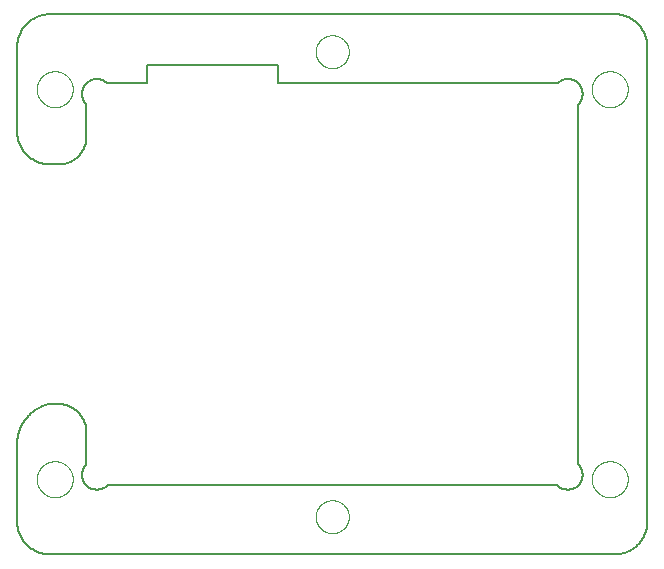
<source format=gko>
G75*
%MOIN*%
%OFA0B0*%
%FSLAX25Y25*%
%IPPOS*%
%LPD*%
%AMOC8*
5,1,8,0,0,1.08239X$1,22.5*
%
%ADD10C,0.00800*%
%ADD11C,0.00000*%
D10*
X0128333Y0060000D02*
X0128333Y0085000D01*
X0128299Y0085342D01*
X0128274Y0085684D01*
X0128257Y0086027D01*
X0128249Y0086371D01*
X0128249Y0086714D01*
X0128258Y0087058D01*
X0128274Y0087401D01*
X0128300Y0087743D01*
X0128333Y0088085D01*
X0128375Y0088426D01*
X0128426Y0088766D01*
X0128484Y0089104D01*
X0128551Y0089441D01*
X0128626Y0089776D01*
X0128710Y0090110D01*
X0128801Y0090441D01*
X0128901Y0090769D01*
X0129008Y0091096D01*
X0129124Y0091419D01*
X0129247Y0091740D01*
X0129378Y0092057D01*
X0129517Y0092371D01*
X0129664Y0092682D01*
X0129818Y0092989D01*
X0129980Y0093292D01*
X0130149Y0093591D01*
X0130325Y0093886D01*
X0130509Y0094176D01*
X0130699Y0094462D01*
X0130897Y0094743D01*
X0131101Y0095019D01*
X0131312Y0095290D01*
X0131530Y0095556D01*
X0131754Y0095816D01*
X0131984Y0096071D01*
X0132221Y0096320D01*
X0132463Y0096563D01*
X0132712Y0096801D01*
X0132966Y0097032D01*
X0133225Y0097257D01*
X0133491Y0097475D01*
X0133761Y0097687D01*
X0134037Y0097892D01*
X0134317Y0098090D01*
X0134602Y0098281D01*
X0134892Y0098466D01*
X0135186Y0098643D01*
X0135485Y0098813D01*
X0135788Y0098975D01*
X0136094Y0099130D01*
X0136404Y0099278D01*
X0136718Y0099418D01*
X0137035Y0099550D01*
X0137355Y0099674D01*
X0137679Y0099791D01*
X0138004Y0099899D01*
X0138333Y0100000D01*
X0141333Y0100000D01*
X0141557Y0100017D01*
X0141780Y0100028D01*
X0142004Y0100034D01*
X0142228Y0100035D01*
X0142451Y0100030D01*
X0142675Y0100019D01*
X0142898Y0100004D01*
X0143121Y0099983D01*
X0143343Y0099956D01*
X0143564Y0099924D01*
X0143785Y0099887D01*
X0144005Y0099844D01*
X0144223Y0099796D01*
X0144441Y0099743D01*
X0144657Y0099685D01*
X0144871Y0099621D01*
X0145084Y0099552D01*
X0145295Y0099478D01*
X0145505Y0099399D01*
X0145712Y0099315D01*
X0145917Y0099226D01*
X0146120Y0099132D01*
X0146321Y0099033D01*
X0146519Y0098929D01*
X0146715Y0098821D01*
X0146908Y0098707D01*
X0147098Y0098589D01*
X0147285Y0098467D01*
X0147469Y0098340D01*
X0147650Y0098208D01*
X0147828Y0098073D01*
X0148003Y0097933D01*
X0148174Y0097788D01*
X0148341Y0097640D01*
X0148505Y0097488D01*
X0148665Y0097331D01*
X0148822Y0097171D01*
X0148974Y0097007D01*
X0149122Y0096840D01*
X0149267Y0096669D01*
X0149407Y0096494D01*
X0149542Y0096316D01*
X0149674Y0096135D01*
X0149801Y0095951D01*
X0149923Y0095764D01*
X0150041Y0095574D01*
X0150155Y0095381D01*
X0150263Y0095185D01*
X0150367Y0094987D01*
X0150466Y0094786D01*
X0150560Y0094583D01*
X0150649Y0094378D01*
X0150733Y0094171D01*
X0150812Y0093961D01*
X0150886Y0093750D01*
X0150955Y0093537D01*
X0151019Y0093323D01*
X0151077Y0093107D01*
X0151130Y0092889D01*
X0151178Y0092671D01*
X0151221Y0092451D01*
X0151258Y0092230D01*
X0151290Y0092009D01*
X0151317Y0091787D01*
X0151338Y0091564D01*
X0151353Y0091341D01*
X0151364Y0091117D01*
X0151369Y0090894D01*
X0151368Y0090670D01*
X0151362Y0090446D01*
X0151351Y0090223D01*
X0151334Y0089999D01*
X0151333Y0090000D02*
X0151333Y0080000D01*
X0151236Y0079901D01*
X0151142Y0079798D01*
X0151051Y0079694D01*
X0150963Y0079586D01*
X0150878Y0079477D01*
X0150796Y0079364D01*
X0150717Y0079250D01*
X0150642Y0079134D01*
X0150570Y0079015D01*
X0150501Y0078894D01*
X0150435Y0078772D01*
X0150373Y0078648D01*
X0150315Y0078522D01*
X0150260Y0078394D01*
X0150208Y0078265D01*
X0150161Y0078135D01*
X0150117Y0078003D01*
X0150076Y0077870D01*
X0150040Y0077736D01*
X0150007Y0077601D01*
X0149978Y0077466D01*
X0149953Y0077329D01*
X0149932Y0077192D01*
X0149914Y0077054D01*
X0149901Y0076916D01*
X0149891Y0076778D01*
X0149885Y0076639D01*
X0149883Y0076500D01*
X0149885Y0076361D01*
X0149891Y0076222D01*
X0149901Y0076084D01*
X0149914Y0075946D01*
X0149932Y0075808D01*
X0149953Y0075671D01*
X0149978Y0075534D01*
X0150007Y0075399D01*
X0150040Y0075264D01*
X0150076Y0075130D01*
X0150117Y0074997D01*
X0150161Y0074865D01*
X0150208Y0074735D01*
X0150260Y0074606D01*
X0150315Y0074478D01*
X0150373Y0074352D01*
X0150435Y0074228D01*
X0150501Y0074106D01*
X0150570Y0073985D01*
X0150642Y0073866D01*
X0150717Y0073750D01*
X0150796Y0073636D01*
X0150878Y0073523D01*
X0150963Y0073414D01*
X0151051Y0073306D01*
X0151142Y0073202D01*
X0151236Y0073099D01*
X0151333Y0073000D01*
X0151432Y0072903D01*
X0151535Y0072809D01*
X0151639Y0072718D01*
X0151747Y0072630D01*
X0151856Y0072545D01*
X0151969Y0072463D01*
X0152083Y0072384D01*
X0152199Y0072309D01*
X0152318Y0072237D01*
X0152439Y0072168D01*
X0152561Y0072102D01*
X0152685Y0072040D01*
X0152811Y0071982D01*
X0152939Y0071927D01*
X0153068Y0071875D01*
X0153198Y0071828D01*
X0153330Y0071784D01*
X0153463Y0071743D01*
X0153597Y0071707D01*
X0153732Y0071674D01*
X0153867Y0071645D01*
X0154004Y0071620D01*
X0154141Y0071599D01*
X0154279Y0071581D01*
X0154417Y0071568D01*
X0154555Y0071558D01*
X0154694Y0071552D01*
X0154833Y0071550D01*
X0154972Y0071552D01*
X0155111Y0071558D01*
X0155249Y0071568D01*
X0155387Y0071581D01*
X0155525Y0071599D01*
X0155662Y0071620D01*
X0155799Y0071645D01*
X0155934Y0071674D01*
X0156069Y0071707D01*
X0156203Y0071743D01*
X0156336Y0071784D01*
X0156468Y0071828D01*
X0156598Y0071875D01*
X0156727Y0071927D01*
X0156855Y0071982D01*
X0156981Y0072040D01*
X0157105Y0072102D01*
X0157227Y0072168D01*
X0157348Y0072237D01*
X0157467Y0072309D01*
X0157583Y0072384D01*
X0157697Y0072463D01*
X0157810Y0072545D01*
X0157919Y0072630D01*
X0158027Y0072718D01*
X0158131Y0072809D01*
X0158234Y0072903D01*
X0158333Y0073000D01*
X0308333Y0073000D01*
X0308432Y0072903D01*
X0308535Y0072809D01*
X0308639Y0072718D01*
X0308747Y0072630D01*
X0308856Y0072545D01*
X0308969Y0072463D01*
X0309083Y0072384D01*
X0309199Y0072309D01*
X0309318Y0072237D01*
X0309439Y0072168D01*
X0309561Y0072102D01*
X0309685Y0072040D01*
X0309811Y0071982D01*
X0309939Y0071927D01*
X0310068Y0071875D01*
X0310198Y0071828D01*
X0310330Y0071784D01*
X0310463Y0071743D01*
X0310597Y0071707D01*
X0310732Y0071674D01*
X0310867Y0071645D01*
X0311004Y0071620D01*
X0311141Y0071599D01*
X0311279Y0071581D01*
X0311417Y0071568D01*
X0311555Y0071558D01*
X0311694Y0071552D01*
X0311833Y0071550D01*
X0311972Y0071552D01*
X0312111Y0071558D01*
X0312249Y0071568D01*
X0312387Y0071581D01*
X0312525Y0071599D01*
X0312662Y0071620D01*
X0312799Y0071645D01*
X0312934Y0071674D01*
X0313069Y0071707D01*
X0313203Y0071743D01*
X0313336Y0071784D01*
X0313468Y0071828D01*
X0313598Y0071875D01*
X0313727Y0071927D01*
X0313855Y0071982D01*
X0313981Y0072040D01*
X0314105Y0072102D01*
X0314227Y0072168D01*
X0314348Y0072237D01*
X0314467Y0072309D01*
X0314583Y0072384D01*
X0314697Y0072463D01*
X0314810Y0072545D01*
X0314919Y0072630D01*
X0315027Y0072718D01*
X0315131Y0072809D01*
X0315234Y0072903D01*
X0315333Y0073000D01*
X0315430Y0073099D01*
X0315524Y0073202D01*
X0315615Y0073306D01*
X0315703Y0073414D01*
X0315788Y0073523D01*
X0315870Y0073636D01*
X0315949Y0073750D01*
X0316024Y0073866D01*
X0316096Y0073985D01*
X0316165Y0074106D01*
X0316231Y0074228D01*
X0316293Y0074352D01*
X0316351Y0074478D01*
X0316406Y0074606D01*
X0316458Y0074735D01*
X0316505Y0074865D01*
X0316549Y0074997D01*
X0316590Y0075130D01*
X0316626Y0075264D01*
X0316659Y0075399D01*
X0316688Y0075534D01*
X0316713Y0075671D01*
X0316734Y0075808D01*
X0316752Y0075946D01*
X0316765Y0076084D01*
X0316775Y0076222D01*
X0316781Y0076361D01*
X0316783Y0076500D01*
X0316781Y0076639D01*
X0316775Y0076778D01*
X0316765Y0076916D01*
X0316752Y0077054D01*
X0316734Y0077192D01*
X0316713Y0077329D01*
X0316688Y0077466D01*
X0316659Y0077601D01*
X0316626Y0077736D01*
X0316590Y0077870D01*
X0316549Y0078003D01*
X0316505Y0078135D01*
X0316458Y0078265D01*
X0316406Y0078394D01*
X0316351Y0078522D01*
X0316293Y0078648D01*
X0316231Y0078772D01*
X0316165Y0078894D01*
X0316096Y0079015D01*
X0316024Y0079134D01*
X0315949Y0079250D01*
X0315870Y0079364D01*
X0315788Y0079477D01*
X0315703Y0079586D01*
X0315615Y0079694D01*
X0315524Y0079798D01*
X0315430Y0079901D01*
X0315333Y0080000D01*
X0315333Y0200000D01*
X0315431Y0200100D01*
X0315526Y0200203D01*
X0315617Y0200309D01*
X0315706Y0200418D01*
X0315792Y0200528D01*
X0315874Y0200642D01*
X0315954Y0200757D01*
X0316030Y0200875D01*
X0316102Y0200995D01*
X0316171Y0201117D01*
X0316237Y0201240D01*
X0316299Y0201366D01*
X0316358Y0201493D01*
X0316413Y0201622D01*
X0316464Y0201752D01*
X0316512Y0201884D01*
X0316556Y0202017D01*
X0316596Y0202151D01*
X0316632Y0202287D01*
X0316664Y0202423D01*
X0316693Y0202560D01*
X0316718Y0202698D01*
X0316738Y0202837D01*
X0316755Y0202976D01*
X0316768Y0203115D01*
X0316777Y0203255D01*
X0316782Y0203395D01*
X0316783Y0203535D01*
X0316780Y0203675D01*
X0316773Y0203815D01*
X0316762Y0203955D01*
X0316747Y0204094D01*
X0316728Y0204233D01*
X0316706Y0204371D01*
X0316679Y0204509D01*
X0316649Y0204645D01*
X0316614Y0204781D01*
X0316576Y0204916D01*
X0316534Y0205050D01*
X0316488Y0205182D01*
X0316439Y0205313D01*
X0316386Y0205443D01*
X0316329Y0205571D01*
X0316269Y0205697D01*
X0316205Y0205822D01*
X0316137Y0205945D01*
X0316066Y0206065D01*
X0315992Y0206184D01*
X0315914Y0206301D01*
X0315834Y0206415D01*
X0315749Y0206527D01*
X0315662Y0206637D01*
X0315572Y0206744D01*
X0315479Y0206848D01*
X0315382Y0206950D01*
X0315283Y0207049D01*
X0315181Y0207146D01*
X0315077Y0207239D01*
X0314970Y0207329D01*
X0314860Y0207416D01*
X0314748Y0207501D01*
X0314634Y0207581D01*
X0314517Y0207659D01*
X0314398Y0207733D01*
X0314278Y0207804D01*
X0314155Y0207872D01*
X0314030Y0207936D01*
X0313904Y0207996D01*
X0313776Y0208053D01*
X0313646Y0208106D01*
X0313515Y0208155D01*
X0313383Y0208201D01*
X0313249Y0208243D01*
X0313114Y0208281D01*
X0312978Y0208316D01*
X0312842Y0208346D01*
X0312704Y0208373D01*
X0312566Y0208395D01*
X0312427Y0208414D01*
X0312288Y0208429D01*
X0312148Y0208440D01*
X0312008Y0208447D01*
X0311868Y0208450D01*
X0311728Y0208449D01*
X0311588Y0208444D01*
X0311448Y0208435D01*
X0311309Y0208422D01*
X0311170Y0208405D01*
X0311031Y0208385D01*
X0310893Y0208360D01*
X0310756Y0208331D01*
X0310620Y0208299D01*
X0310484Y0208263D01*
X0310350Y0208223D01*
X0310217Y0208179D01*
X0310085Y0208131D01*
X0309955Y0208080D01*
X0309826Y0208025D01*
X0309699Y0207966D01*
X0309573Y0207904D01*
X0309450Y0207838D01*
X0309328Y0207769D01*
X0309208Y0207697D01*
X0309090Y0207621D01*
X0308975Y0207541D01*
X0308861Y0207459D01*
X0308751Y0207373D01*
X0308642Y0207284D01*
X0308536Y0207193D01*
X0308433Y0207098D01*
X0308333Y0207000D01*
X0215160Y0207000D01*
X0215160Y0213224D01*
X0171507Y0213224D01*
X0171507Y0207000D01*
X0158333Y0207000D01*
X0158234Y0207097D01*
X0158131Y0207191D01*
X0158027Y0207282D01*
X0157919Y0207370D01*
X0157810Y0207455D01*
X0157697Y0207537D01*
X0157583Y0207616D01*
X0157467Y0207691D01*
X0157348Y0207763D01*
X0157227Y0207832D01*
X0157105Y0207898D01*
X0156981Y0207960D01*
X0156855Y0208018D01*
X0156727Y0208073D01*
X0156598Y0208125D01*
X0156468Y0208172D01*
X0156336Y0208216D01*
X0156203Y0208257D01*
X0156069Y0208293D01*
X0155934Y0208326D01*
X0155799Y0208355D01*
X0155662Y0208380D01*
X0155525Y0208401D01*
X0155387Y0208419D01*
X0155249Y0208432D01*
X0155111Y0208442D01*
X0154972Y0208448D01*
X0154833Y0208450D01*
X0154694Y0208448D01*
X0154555Y0208442D01*
X0154417Y0208432D01*
X0154279Y0208419D01*
X0154141Y0208401D01*
X0154004Y0208380D01*
X0153867Y0208355D01*
X0153732Y0208326D01*
X0153597Y0208293D01*
X0153463Y0208257D01*
X0153330Y0208216D01*
X0153198Y0208172D01*
X0153068Y0208125D01*
X0152939Y0208073D01*
X0152811Y0208018D01*
X0152685Y0207960D01*
X0152561Y0207898D01*
X0152439Y0207832D01*
X0152318Y0207763D01*
X0152199Y0207691D01*
X0152083Y0207616D01*
X0151969Y0207537D01*
X0151856Y0207455D01*
X0151747Y0207370D01*
X0151639Y0207282D01*
X0151535Y0207191D01*
X0151432Y0207097D01*
X0151333Y0207000D01*
X0151236Y0206901D01*
X0151142Y0206798D01*
X0151051Y0206694D01*
X0150963Y0206586D01*
X0150878Y0206477D01*
X0150796Y0206364D01*
X0150717Y0206250D01*
X0150642Y0206134D01*
X0150570Y0206015D01*
X0150501Y0205894D01*
X0150435Y0205772D01*
X0150373Y0205648D01*
X0150315Y0205522D01*
X0150260Y0205394D01*
X0150208Y0205265D01*
X0150161Y0205135D01*
X0150117Y0205003D01*
X0150076Y0204870D01*
X0150040Y0204736D01*
X0150007Y0204601D01*
X0149978Y0204466D01*
X0149953Y0204329D01*
X0149932Y0204192D01*
X0149914Y0204054D01*
X0149901Y0203916D01*
X0149891Y0203778D01*
X0149885Y0203639D01*
X0149883Y0203500D01*
X0149885Y0203361D01*
X0149891Y0203222D01*
X0149901Y0203084D01*
X0149914Y0202946D01*
X0149932Y0202808D01*
X0149953Y0202671D01*
X0149978Y0202534D01*
X0150007Y0202399D01*
X0150040Y0202264D01*
X0150076Y0202130D01*
X0150117Y0201997D01*
X0150161Y0201865D01*
X0150208Y0201735D01*
X0150260Y0201606D01*
X0150315Y0201478D01*
X0150373Y0201352D01*
X0150435Y0201228D01*
X0150501Y0201106D01*
X0150570Y0200985D01*
X0150642Y0200866D01*
X0150717Y0200750D01*
X0150796Y0200636D01*
X0150878Y0200523D01*
X0150963Y0200414D01*
X0151051Y0200306D01*
X0151142Y0200202D01*
X0151236Y0200099D01*
X0151333Y0200000D01*
X0151333Y0190000D01*
X0151334Y0190000D02*
X0151351Y0189776D01*
X0151362Y0189553D01*
X0151368Y0189329D01*
X0151369Y0189105D01*
X0151364Y0188882D01*
X0151353Y0188658D01*
X0151338Y0188435D01*
X0151317Y0188212D01*
X0151290Y0187990D01*
X0151258Y0187769D01*
X0151221Y0187548D01*
X0151178Y0187328D01*
X0151130Y0187110D01*
X0151077Y0186892D01*
X0151019Y0186676D01*
X0150955Y0186462D01*
X0150886Y0186249D01*
X0150812Y0186038D01*
X0150733Y0185828D01*
X0150649Y0185621D01*
X0150560Y0185416D01*
X0150466Y0185213D01*
X0150367Y0185012D01*
X0150263Y0184814D01*
X0150155Y0184618D01*
X0150041Y0184425D01*
X0149923Y0184235D01*
X0149801Y0184048D01*
X0149674Y0183864D01*
X0149542Y0183683D01*
X0149407Y0183505D01*
X0149267Y0183330D01*
X0149122Y0183159D01*
X0148974Y0182992D01*
X0148822Y0182828D01*
X0148665Y0182668D01*
X0148505Y0182511D01*
X0148341Y0182359D01*
X0148174Y0182211D01*
X0148003Y0182066D01*
X0147828Y0181926D01*
X0147650Y0181791D01*
X0147469Y0181659D01*
X0147285Y0181532D01*
X0147098Y0181410D01*
X0146908Y0181292D01*
X0146715Y0181178D01*
X0146519Y0181070D01*
X0146321Y0180966D01*
X0146120Y0180867D01*
X0145917Y0180773D01*
X0145712Y0180684D01*
X0145505Y0180600D01*
X0145295Y0180521D01*
X0145084Y0180447D01*
X0144871Y0180378D01*
X0144657Y0180314D01*
X0144441Y0180256D01*
X0144223Y0180203D01*
X0144005Y0180155D01*
X0143785Y0180112D01*
X0143564Y0180075D01*
X0143343Y0180043D01*
X0143121Y0180016D01*
X0142898Y0179995D01*
X0142675Y0179980D01*
X0142451Y0179969D01*
X0142228Y0179964D01*
X0142004Y0179965D01*
X0141780Y0179971D01*
X0141557Y0179982D01*
X0141333Y0179999D01*
X0141333Y0180000D02*
X0138333Y0180000D01*
X0138065Y0180027D01*
X0137798Y0180060D01*
X0137531Y0180100D01*
X0137266Y0180146D01*
X0137001Y0180199D01*
X0136739Y0180258D01*
X0136477Y0180324D01*
X0136218Y0180396D01*
X0135960Y0180475D01*
X0135704Y0180560D01*
X0135450Y0180651D01*
X0135199Y0180748D01*
X0134950Y0180851D01*
X0134704Y0180960D01*
X0134460Y0181076D01*
X0134220Y0181197D01*
X0133982Y0181324D01*
X0133748Y0181457D01*
X0133517Y0181596D01*
X0133289Y0181740D01*
X0133065Y0181890D01*
X0132845Y0182045D01*
X0132628Y0182206D01*
X0132416Y0182372D01*
X0132208Y0182543D01*
X0132004Y0182719D01*
X0131804Y0182900D01*
X0131609Y0183085D01*
X0131418Y0183276D01*
X0131233Y0183471D01*
X0131052Y0183671D01*
X0130876Y0183875D01*
X0130705Y0184083D01*
X0130539Y0184295D01*
X0130378Y0184512D01*
X0130223Y0184732D01*
X0130073Y0184956D01*
X0129929Y0185184D01*
X0129790Y0185415D01*
X0129657Y0185649D01*
X0129530Y0185887D01*
X0129409Y0186127D01*
X0129293Y0186371D01*
X0129184Y0186617D01*
X0129081Y0186866D01*
X0128984Y0187117D01*
X0128893Y0187371D01*
X0128808Y0187627D01*
X0128729Y0187885D01*
X0128657Y0188144D01*
X0128591Y0188406D01*
X0128532Y0188668D01*
X0128479Y0188933D01*
X0128433Y0189198D01*
X0128393Y0189465D01*
X0128360Y0189732D01*
X0128333Y0190000D01*
X0128333Y0220000D01*
X0128360Y0220268D01*
X0128393Y0220535D01*
X0128433Y0220802D01*
X0128479Y0221067D01*
X0128532Y0221332D01*
X0128591Y0221594D01*
X0128657Y0221856D01*
X0128729Y0222115D01*
X0128808Y0222373D01*
X0128893Y0222629D01*
X0128984Y0222883D01*
X0129081Y0223134D01*
X0129184Y0223383D01*
X0129293Y0223629D01*
X0129409Y0223873D01*
X0129530Y0224113D01*
X0129657Y0224351D01*
X0129790Y0224585D01*
X0129929Y0224816D01*
X0130073Y0225044D01*
X0130223Y0225268D01*
X0130378Y0225488D01*
X0130539Y0225705D01*
X0130705Y0225917D01*
X0130876Y0226125D01*
X0131052Y0226329D01*
X0131233Y0226529D01*
X0131418Y0226724D01*
X0131609Y0226915D01*
X0131804Y0227100D01*
X0132004Y0227281D01*
X0132208Y0227457D01*
X0132416Y0227628D01*
X0132628Y0227794D01*
X0132845Y0227955D01*
X0133065Y0228110D01*
X0133289Y0228260D01*
X0133517Y0228404D01*
X0133748Y0228543D01*
X0133982Y0228676D01*
X0134220Y0228803D01*
X0134460Y0228924D01*
X0134704Y0229040D01*
X0134950Y0229149D01*
X0135199Y0229252D01*
X0135450Y0229349D01*
X0135704Y0229440D01*
X0135960Y0229525D01*
X0136218Y0229604D01*
X0136477Y0229676D01*
X0136739Y0229742D01*
X0137001Y0229801D01*
X0137266Y0229854D01*
X0137531Y0229900D01*
X0137798Y0229940D01*
X0138065Y0229973D01*
X0138333Y0230000D01*
X0328333Y0230000D01*
X0338333Y0220000D02*
X0338333Y0060000D01*
X0338334Y0060000D02*
X0338307Y0059732D01*
X0338274Y0059465D01*
X0338234Y0059198D01*
X0338188Y0058933D01*
X0338135Y0058668D01*
X0338076Y0058406D01*
X0338010Y0058144D01*
X0337938Y0057885D01*
X0337859Y0057627D01*
X0337774Y0057371D01*
X0337683Y0057117D01*
X0337586Y0056866D01*
X0337483Y0056617D01*
X0337374Y0056371D01*
X0337258Y0056127D01*
X0337137Y0055887D01*
X0337010Y0055649D01*
X0336877Y0055415D01*
X0336738Y0055184D01*
X0336594Y0054956D01*
X0336444Y0054732D01*
X0336289Y0054512D01*
X0336128Y0054295D01*
X0335962Y0054083D01*
X0335791Y0053875D01*
X0335615Y0053671D01*
X0335434Y0053471D01*
X0335249Y0053276D01*
X0335058Y0053085D01*
X0334863Y0052900D01*
X0334663Y0052719D01*
X0334459Y0052543D01*
X0334251Y0052372D01*
X0334039Y0052206D01*
X0333822Y0052045D01*
X0333602Y0051890D01*
X0333378Y0051740D01*
X0333150Y0051596D01*
X0332919Y0051457D01*
X0332685Y0051324D01*
X0332447Y0051197D01*
X0332207Y0051076D01*
X0331963Y0050960D01*
X0331717Y0050851D01*
X0331468Y0050748D01*
X0331217Y0050651D01*
X0330963Y0050560D01*
X0330707Y0050475D01*
X0330449Y0050396D01*
X0330190Y0050324D01*
X0329928Y0050258D01*
X0329666Y0050199D01*
X0329401Y0050146D01*
X0329136Y0050100D01*
X0328869Y0050060D01*
X0328602Y0050027D01*
X0328334Y0050000D01*
X0328333Y0050000D02*
X0138333Y0050000D01*
X0138065Y0050027D01*
X0137798Y0050060D01*
X0137531Y0050100D01*
X0137266Y0050146D01*
X0137001Y0050199D01*
X0136739Y0050258D01*
X0136477Y0050324D01*
X0136218Y0050396D01*
X0135960Y0050475D01*
X0135704Y0050560D01*
X0135450Y0050651D01*
X0135199Y0050748D01*
X0134950Y0050851D01*
X0134704Y0050960D01*
X0134460Y0051076D01*
X0134220Y0051197D01*
X0133982Y0051324D01*
X0133748Y0051457D01*
X0133517Y0051596D01*
X0133289Y0051740D01*
X0133065Y0051890D01*
X0132845Y0052045D01*
X0132628Y0052206D01*
X0132416Y0052372D01*
X0132208Y0052543D01*
X0132004Y0052719D01*
X0131804Y0052900D01*
X0131609Y0053085D01*
X0131418Y0053276D01*
X0131233Y0053471D01*
X0131052Y0053671D01*
X0130876Y0053875D01*
X0130705Y0054083D01*
X0130539Y0054295D01*
X0130378Y0054512D01*
X0130223Y0054732D01*
X0130073Y0054956D01*
X0129929Y0055184D01*
X0129790Y0055415D01*
X0129657Y0055649D01*
X0129530Y0055887D01*
X0129409Y0056127D01*
X0129293Y0056371D01*
X0129184Y0056617D01*
X0129081Y0056866D01*
X0128984Y0057117D01*
X0128893Y0057371D01*
X0128808Y0057627D01*
X0128729Y0057885D01*
X0128657Y0058144D01*
X0128591Y0058406D01*
X0128532Y0058668D01*
X0128479Y0058933D01*
X0128433Y0059198D01*
X0128393Y0059465D01*
X0128360Y0059732D01*
X0128333Y0060000D01*
X0328334Y0230000D02*
X0328602Y0229973D01*
X0328869Y0229940D01*
X0329136Y0229900D01*
X0329401Y0229854D01*
X0329666Y0229801D01*
X0329928Y0229742D01*
X0330190Y0229676D01*
X0330449Y0229604D01*
X0330707Y0229525D01*
X0330963Y0229440D01*
X0331217Y0229349D01*
X0331468Y0229252D01*
X0331717Y0229149D01*
X0331963Y0229040D01*
X0332207Y0228924D01*
X0332447Y0228803D01*
X0332685Y0228676D01*
X0332919Y0228543D01*
X0333150Y0228404D01*
X0333378Y0228260D01*
X0333602Y0228110D01*
X0333822Y0227955D01*
X0334039Y0227794D01*
X0334251Y0227628D01*
X0334459Y0227457D01*
X0334663Y0227281D01*
X0334863Y0227100D01*
X0335058Y0226915D01*
X0335249Y0226724D01*
X0335434Y0226529D01*
X0335615Y0226329D01*
X0335791Y0226125D01*
X0335962Y0225917D01*
X0336128Y0225705D01*
X0336289Y0225488D01*
X0336444Y0225268D01*
X0336594Y0225044D01*
X0336738Y0224816D01*
X0336877Y0224585D01*
X0337010Y0224351D01*
X0337137Y0224113D01*
X0337258Y0223873D01*
X0337374Y0223629D01*
X0337483Y0223383D01*
X0337586Y0223134D01*
X0337683Y0222883D01*
X0337774Y0222629D01*
X0337859Y0222373D01*
X0337938Y0222115D01*
X0338010Y0221856D01*
X0338076Y0221594D01*
X0338135Y0221332D01*
X0338188Y0221067D01*
X0338234Y0220802D01*
X0338274Y0220535D01*
X0338307Y0220268D01*
X0338334Y0220000D01*
D11*
X0319833Y0205000D02*
X0319835Y0205154D01*
X0319841Y0205309D01*
X0319851Y0205463D01*
X0319865Y0205617D01*
X0319883Y0205770D01*
X0319904Y0205923D01*
X0319930Y0206076D01*
X0319960Y0206227D01*
X0319993Y0206378D01*
X0320031Y0206528D01*
X0320072Y0206677D01*
X0320117Y0206825D01*
X0320166Y0206971D01*
X0320219Y0207117D01*
X0320275Y0207260D01*
X0320335Y0207403D01*
X0320399Y0207543D01*
X0320466Y0207683D01*
X0320537Y0207820D01*
X0320611Y0207955D01*
X0320689Y0208089D01*
X0320770Y0208220D01*
X0320855Y0208349D01*
X0320943Y0208477D01*
X0321034Y0208601D01*
X0321128Y0208724D01*
X0321226Y0208844D01*
X0321326Y0208961D01*
X0321430Y0209076D01*
X0321536Y0209188D01*
X0321645Y0209297D01*
X0321757Y0209403D01*
X0321872Y0209507D01*
X0321989Y0209607D01*
X0322109Y0209705D01*
X0322232Y0209799D01*
X0322356Y0209890D01*
X0322484Y0209978D01*
X0322613Y0210063D01*
X0322744Y0210144D01*
X0322878Y0210222D01*
X0323013Y0210296D01*
X0323150Y0210367D01*
X0323290Y0210434D01*
X0323430Y0210498D01*
X0323573Y0210558D01*
X0323716Y0210614D01*
X0323862Y0210667D01*
X0324008Y0210716D01*
X0324156Y0210761D01*
X0324305Y0210802D01*
X0324455Y0210840D01*
X0324606Y0210873D01*
X0324757Y0210903D01*
X0324910Y0210929D01*
X0325063Y0210950D01*
X0325216Y0210968D01*
X0325370Y0210982D01*
X0325524Y0210992D01*
X0325679Y0210998D01*
X0325833Y0211000D01*
X0325987Y0210998D01*
X0326142Y0210992D01*
X0326296Y0210982D01*
X0326450Y0210968D01*
X0326603Y0210950D01*
X0326756Y0210929D01*
X0326909Y0210903D01*
X0327060Y0210873D01*
X0327211Y0210840D01*
X0327361Y0210802D01*
X0327510Y0210761D01*
X0327658Y0210716D01*
X0327804Y0210667D01*
X0327950Y0210614D01*
X0328093Y0210558D01*
X0328236Y0210498D01*
X0328376Y0210434D01*
X0328516Y0210367D01*
X0328653Y0210296D01*
X0328788Y0210222D01*
X0328922Y0210144D01*
X0329053Y0210063D01*
X0329182Y0209978D01*
X0329310Y0209890D01*
X0329434Y0209799D01*
X0329557Y0209705D01*
X0329677Y0209607D01*
X0329794Y0209507D01*
X0329909Y0209403D01*
X0330021Y0209297D01*
X0330130Y0209188D01*
X0330236Y0209076D01*
X0330340Y0208961D01*
X0330440Y0208844D01*
X0330538Y0208724D01*
X0330632Y0208601D01*
X0330723Y0208477D01*
X0330811Y0208349D01*
X0330896Y0208220D01*
X0330977Y0208089D01*
X0331055Y0207955D01*
X0331129Y0207820D01*
X0331200Y0207683D01*
X0331267Y0207543D01*
X0331331Y0207403D01*
X0331391Y0207260D01*
X0331447Y0207117D01*
X0331500Y0206971D01*
X0331549Y0206825D01*
X0331594Y0206677D01*
X0331635Y0206528D01*
X0331673Y0206378D01*
X0331706Y0206227D01*
X0331736Y0206076D01*
X0331762Y0205923D01*
X0331783Y0205770D01*
X0331801Y0205617D01*
X0331815Y0205463D01*
X0331825Y0205309D01*
X0331831Y0205154D01*
X0331833Y0205000D01*
X0331831Y0204846D01*
X0331825Y0204691D01*
X0331815Y0204537D01*
X0331801Y0204383D01*
X0331783Y0204230D01*
X0331762Y0204077D01*
X0331736Y0203924D01*
X0331706Y0203773D01*
X0331673Y0203622D01*
X0331635Y0203472D01*
X0331594Y0203323D01*
X0331549Y0203175D01*
X0331500Y0203029D01*
X0331447Y0202883D01*
X0331391Y0202740D01*
X0331331Y0202597D01*
X0331267Y0202457D01*
X0331200Y0202317D01*
X0331129Y0202180D01*
X0331055Y0202045D01*
X0330977Y0201911D01*
X0330896Y0201780D01*
X0330811Y0201651D01*
X0330723Y0201523D01*
X0330632Y0201399D01*
X0330538Y0201276D01*
X0330440Y0201156D01*
X0330340Y0201039D01*
X0330236Y0200924D01*
X0330130Y0200812D01*
X0330021Y0200703D01*
X0329909Y0200597D01*
X0329794Y0200493D01*
X0329677Y0200393D01*
X0329557Y0200295D01*
X0329434Y0200201D01*
X0329310Y0200110D01*
X0329182Y0200022D01*
X0329053Y0199937D01*
X0328922Y0199856D01*
X0328788Y0199778D01*
X0328653Y0199704D01*
X0328516Y0199633D01*
X0328376Y0199566D01*
X0328236Y0199502D01*
X0328093Y0199442D01*
X0327950Y0199386D01*
X0327804Y0199333D01*
X0327658Y0199284D01*
X0327510Y0199239D01*
X0327361Y0199198D01*
X0327211Y0199160D01*
X0327060Y0199127D01*
X0326909Y0199097D01*
X0326756Y0199071D01*
X0326603Y0199050D01*
X0326450Y0199032D01*
X0326296Y0199018D01*
X0326142Y0199008D01*
X0325987Y0199002D01*
X0325833Y0199000D01*
X0325679Y0199002D01*
X0325524Y0199008D01*
X0325370Y0199018D01*
X0325216Y0199032D01*
X0325063Y0199050D01*
X0324910Y0199071D01*
X0324757Y0199097D01*
X0324606Y0199127D01*
X0324455Y0199160D01*
X0324305Y0199198D01*
X0324156Y0199239D01*
X0324008Y0199284D01*
X0323862Y0199333D01*
X0323716Y0199386D01*
X0323573Y0199442D01*
X0323430Y0199502D01*
X0323290Y0199566D01*
X0323150Y0199633D01*
X0323013Y0199704D01*
X0322878Y0199778D01*
X0322744Y0199856D01*
X0322613Y0199937D01*
X0322484Y0200022D01*
X0322356Y0200110D01*
X0322232Y0200201D01*
X0322109Y0200295D01*
X0321989Y0200393D01*
X0321872Y0200493D01*
X0321757Y0200597D01*
X0321645Y0200703D01*
X0321536Y0200812D01*
X0321430Y0200924D01*
X0321326Y0201039D01*
X0321226Y0201156D01*
X0321128Y0201276D01*
X0321034Y0201399D01*
X0320943Y0201523D01*
X0320855Y0201651D01*
X0320770Y0201780D01*
X0320689Y0201911D01*
X0320611Y0202045D01*
X0320537Y0202180D01*
X0320466Y0202317D01*
X0320399Y0202457D01*
X0320335Y0202597D01*
X0320275Y0202740D01*
X0320219Y0202883D01*
X0320166Y0203029D01*
X0320117Y0203175D01*
X0320072Y0203323D01*
X0320031Y0203472D01*
X0319993Y0203622D01*
X0319960Y0203773D01*
X0319930Y0203924D01*
X0319904Y0204077D01*
X0319883Y0204230D01*
X0319865Y0204383D01*
X0319851Y0204537D01*
X0319841Y0204691D01*
X0319835Y0204846D01*
X0319833Y0205000D01*
X0227833Y0217500D02*
X0227835Y0217648D01*
X0227841Y0217796D01*
X0227851Y0217944D01*
X0227865Y0218092D01*
X0227883Y0218239D01*
X0227905Y0218386D01*
X0227931Y0218532D01*
X0227960Y0218677D01*
X0227994Y0218822D01*
X0228032Y0218965D01*
X0228073Y0219108D01*
X0228118Y0219249D01*
X0228168Y0219389D01*
X0228220Y0219527D01*
X0228277Y0219665D01*
X0228337Y0219800D01*
X0228401Y0219934D01*
X0228468Y0220066D01*
X0228539Y0220196D01*
X0228614Y0220325D01*
X0228692Y0220451D01*
X0228773Y0220575D01*
X0228857Y0220697D01*
X0228945Y0220816D01*
X0229036Y0220933D01*
X0229130Y0221048D01*
X0229228Y0221160D01*
X0229328Y0221269D01*
X0229431Y0221376D01*
X0229537Y0221480D01*
X0229645Y0221581D01*
X0229757Y0221679D01*
X0229871Y0221774D01*
X0229987Y0221865D01*
X0230106Y0221954D01*
X0230227Y0222039D01*
X0230351Y0222121D01*
X0230477Y0222200D01*
X0230604Y0222275D01*
X0230734Y0222347D01*
X0230866Y0222416D01*
X0230999Y0222480D01*
X0231134Y0222541D01*
X0231271Y0222599D01*
X0231409Y0222653D01*
X0231549Y0222703D01*
X0231690Y0222749D01*
X0231832Y0222791D01*
X0231975Y0222830D01*
X0232119Y0222864D01*
X0232265Y0222895D01*
X0232410Y0222922D01*
X0232557Y0222945D01*
X0232704Y0222964D01*
X0232852Y0222979D01*
X0232999Y0222990D01*
X0233148Y0222997D01*
X0233296Y0223000D01*
X0233444Y0222999D01*
X0233592Y0222994D01*
X0233740Y0222985D01*
X0233888Y0222972D01*
X0234036Y0222955D01*
X0234182Y0222934D01*
X0234329Y0222909D01*
X0234474Y0222880D01*
X0234619Y0222848D01*
X0234762Y0222811D01*
X0234905Y0222771D01*
X0235047Y0222726D01*
X0235187Y0222678D01*
X0235326Y0222626D01*
X0235463Y0222571D01*
X0235599Y0222511D01*
X0235734Y0222448D01*
X0235866Y0222382D01*
X0235997Y0222312D01*
X0236126Y0222238D01*
X0236252Y0222161D01*
X0236377Y0222081D01*
X0236499Y0221997D01*
X0236620Y0221910D01*
X0236737Y0221820D01*
X0236853Y0221726D01*
X0236965Y0221630D01*
X0237075Y0221531D01*
X0237183Y0221428D01*
X0237287Y0221323D01*
X0237389Y0221215D01*
X0237487Y0221104D01*
X0237583Y0220991D01*
X0237676Y0220875D01*
X0237765Y0220757D01*
X0237851Y0220636D01*
X0237934Y0220513D01*
X0238014Y0220388D01*
X0238090Y0220261D01*
X0238163Y0220131D01*
X0238232Y0220000D01*
X0238297Y0219867D01*
X0238360Y0219733D01*
X0238418Y0219596D01*
X0238473Y0219458D01*
X0238523Y0219319D01*
X0238571Y0219178D01*
X0238614Y0219037D01*
X0238654Y0218894D01*
X0238689Y0218750D01*
X0238721Y0218605D01*
X0238749Y0218459D01*
X0238773Y0218313D01*
X0238793Y0218166D01*
X0238809Y0218018D01*
X0238821Y0217871D01*
X0238829Y0217722D01*
X0238833Y0217574D01*
X0238833Y0217426D01*
X0238829Y0217278D01*
X0238821Y0217129D01*
X0238809Y0216982D01*
X0238793Y0216834D01*
X0238773Y0216687D01*
X0238749Y0216541D01*
X0238721Y0216395D01*
X0238689Y0216250D01*
X0238654Y0216106D01*
X0238614Y0215963D01*
X0238571Y0215822D01*
X0238523Y0215681D01*
X0238473Y0215542D01*
X0238418Y0215404D01*
X0238360Y0215267D01*
X0238297Y0215133D01*
X0238232Y0215000D01*
X0238163Y0214869D01*
X0238090Y0214739D01*
X0238014Y0214612D01*
X0237934Y0214487D01*
X0237851Y0214364D01*
X0237765Y0214243D01*
X0237676Y0214125D01*
X0237583Y0214009D01*
X0237487Y0213896D01*
X0237389Y0213785D01*
X0237287Y0213677D01*
X0237183Y0213572D01*
X0237075Y0213469D01*
X0236965Y0213370D01*
X0236853Y0213274D01*
X0236737Y0213180D01*
X0236620Y0213090D01*
X0236499Y0213003D01*
X0236377Y0212919D01*
X0236252Y0212839D01*
X0236126Y0212762D01*
X0235997Y0212688D01*
X0235866Y0212618D01*
X0235734Y0212552D01*
X0235599Y0212489D01*
X0235463Y0212429D01*
X0235326Y0212374D01*
X0235187Y0212322D01*
X0235047Y0212274D01*
X0234905Y0212229D01*
X0234762Y0212189D01*
X0234619Y0212152D01*
X0234474Y0212120D01*
X0234329Y0212091D01*
X0234182Y0212066D01*
X0234036Y0212045D01*
X0233888Y0212028D01*
X0233740Y0212015D01*
X0233592Y0212006D01*
X0233444Y0212001D01*
X0233296Y0212000D01*
X0233148Y0212003D01*
X0232999Y0212010D01*
X0232852Y0212021D01*
X0232704Y0212036D01*
X0232557Y0212055D01*
X0232410Y0212078D01*
X0232265Y0212105D01*
X0232119Y0212136D01*
X0231975Y0212170D01*
X0231832Y0212209D01*
X0231690Y0212251D01*
X0231549Y0212297D01*
X0231409Y0212347D01*
X0231271Y0212401D01*
X0231134Y0212459D01*
X0230999Y0212520D01*
X0230866Y0212584D01*
X0230734Y0212653D01*
X0230604Y0212725D01*
X0230477Y0212800D01*
X0230351Y0212879D01*
X0230227Y0212961D01*
X0230106Y0213046D01*
X0229987Y0213135D01*
X0229871Y0213226D01*
X0229757Y0213321D01*
X0229645Y0213419D01*
X0229537Y0213520D01*
X0229431Y0213624D01*
X0229328Y0213731D01*
X0229228Y0213840D01*
X0229130Y0213952D01*
X0229036Y0214067D01*
X0228945Y0214184D01*
X0228857Y0214303D01*
X0228773Y0214425D01*
X0228692Y0214549D01*
X0228614Y0214675D01*
X0228539Y0214804D01*
X0228468Y0214934D01*
X0228401Y0215066D01*
X0228337Y0215200D01*
X0228277Y0215335D01*
X0228220Y0215473D01*
X0228168Y0215611D01*
X0228118Y0215751D01*
X0228073Y0215892D01*
X0228032Y0216035D01*
X0227994Y0216178D01*
X0227960Y0216323D01*
X0227931Y0216468D01*
X0227905Y0216614D01*
X0227883Y0216761D01*
X0227865Y0216908D01*
X0227851Y0217056D01*
X0227841Y0217204D01*
X0227835Y0217352D01*
X0227833Y0217500D01*
X0134833Y0205000D02*
X0134835Y0205154D01*
X0134841Y0205309D01*
X0134851Y0205463D01*
X0134865Y0205617D01*
X0134883Y0205770D01*
X0134904Y0205923D01*
X0134930Y0206076D01*
X0134960Y0206227D01*
X0134993Y0206378D01*
X0135031Y0206528D01*
X0135072Y0206677D01*
X0135117Y0206825D01*
X0135166Y0206971D01*
X0135219Y0207117D01*
X0135275Y0207260D01*
X0135335Y0207403D01*
X0135399Y0207543D01*
X0135466Y0207683D01*
X0135537Y0207820D01*
X0135611Y0207955D01*
X0135689Y0208089D01*
X0135770Y0208220D01*
X0135855Y0208349D01*
X0135943Y0208477D01*
X0136034Y0208601D01*
X0136128Y0208724D01*
X0136226Y0208844D01*
X0136326Y0208961D01*
X0136430Y0209076D01*
X0136536Y0209188D01*
X0136645Y0209297D01*
X0136757Y0209403D01*
X0136872Y0209507D01*
X0136989Y0209607D01*
X0137109Y0209705D01*
X0137232Y0209799D01*
X0137356Y0209890D01*
X0137484Y0209978D01*
X0137613Y0210063D01*
X0137744Y0210144D01*
X0137878Y0210222D01*
X0138013Y0210296D01*
X0138150Y0210367D01*
X0138290Y0210434D01*
X0138430Y0210498D01*
X0138573Y0210558D01*
X0138716Y0210614D01*
X0138862Y0210667D01*
X0139008Y0210716D01*
X0139156Y0210761D01*
X0139305Y0210802D01*
X0139455Y0210840D01*
X0139606Y0210873D01*
X0139757Y0210903D01*
X0139910Y0210929D01*
X0140063Y0210950D01*
X0140216Y0210968D01*
X0140370Y0210982D01*
X0140524Y0210992D01*
X0140679Y0210998D01*
X0140833Y0211000D01*
X0140987Y0210998D01*
X0141142Y0210992D01*
X0141296Y0210982D01*
X0141450Y0210968D01*
X0141603Y0210950D01*
X0141756Y0210929D01*
X0141909Y0210903D01*
X0142060Y0210873D01*
X0142211Y0210840D01*
X0142361Y0210802D01*
X0142510Y0210761D01*
X0142658Y0210716D01*
X0142804Y0210667D01*
X0142950Y0210614D01*
X0143093Y0210558D01*
X0143236Y0210498D01*
X0143376Y0210434D01*
X0143516Y0210367D01*
X0143653Y0210296D01*
X0143788Y0210222D01*
X0143922Y0210144D01*
X0144053Y0210063D01*
X0144182Y0209978D01*
X0144310Y0209890D01*
X0144434Y0209799D01*
X0144557Y0209705D01*
X0144677Y0209607D01*
X0144794Y0209507D01*
X0144909Y0209403D01*
X0145021Y0209297D01*
X0145130Y0209188D01*
X0145236Y0209076D01*
X0145340Y0208961D01*
X0145440Y0208844D01*
X0145538Y0208724D01*
X0145632Y0208601D01*
X0145723Y0208477D01*
X0145811Y0208349D01*
X0145896Y0208220D01*
X0145977Y0208089D01*
X0146055Y0207955D01*
X0146129Y0207820D01*
X0146200Y0207683D01*
X0146267Y0207543D01*
X0146331Y0207403D01*
X0146391Y0207260D01*
X0146447Y0207117D01*
X0146500Y0206971D01*
X0146549Y0206825D01*
X0146594Y0206677D01*
X0146635Y0206528D01*
X0146673Y0206378D01*
X0146706Y0206227D01*
X0146736Y0206076D01*
X0146762Y0205923D01*
X0146783Y0205770D01*
X0146801Y0205617D01*
X0146815Y0205463D01*
X0146825Y0205309D01*
X0146831Y0205154D01*
X0146833Y0205000D01*
X0146831Y0204846D01*
X0146825Y0204691D01*
X0146815Y0204537D01*
X0146801Y0204383D01*
X0146783Y0204230D01*
X0146762Y0204077D01*
X0146736Y0203924D01*
X0146706Y0203773D01*
X0146673Y0203622D01*
X0146635Y0203472D01*
X0146594Y0203323D01*
X0146549Y0203175D01*
X0146500Y0203029D01*
X0146447Y0202883D01*
X0146391Y0202740D01*
X0146331Y0202597D01*
X0146267Y0202457D01*
X0146200Y0202317D01*
X0146129Y0202180D01*
X0146055Y0202045D01*
X0145977Y0201911D01*
X0145896Y0201780D01*
X0145811Y0201651D01*
X0145723Y0201523D01*
X0145632Y0201399D01*
X0145538Y0201276D01*
X0145440Y0201156D01*
X0145340Y0201039D01*
X0145236Y0200924D01*
X0145130Y0200812D01*
X0145021Y0200703D01*
X0144909Y0200597D01*
X0144794Y0200493D01*
X0144677Y0200393D01*
X0144557Y0200295D01*
X0144434Y0200201D01*
X0144310Y0200110D01*
X0144182Y0200022D01*
X0144053Y0199937D01*
X0143922Y0199856D01*
X0143788Y0199778D01*
X0143653Y0199704D01*
X0143516Y0199633D01*
X0143376Y0199566D01*
X0143236Y0199502D01*
X0143093Y0199442D01*
X0142950Y0199386D01*
X0142804Y0199333D01*
X0142658Y0199284D01*
X0142510Y0199239D01*
X0142361Y0199198D01*
X0142211Y0199160D01*
X0142060Y0199127D01*
X0141909Y0199097D01*
X0141756Y0199071D01*
X0141603Y0199050D01*
X0141450Y0199032D01*
X0141296Y0199018D01*
X0141142Y0199008D01*
X0140987Y0199002D01*
X0140833Y0199000D01*
X0140679Y0199002D01*
X0140524Y0199008D01*
X0140370Y0199018D01*
X0140216Y0199032D01*
X0140063Y0199050D01*
X0139910Y0199071D01*
X0139757Y0199097D01*
X0139606Y0199127D01*
X0139455Y0199160D01*
X0139305Y0199198D01*
X0139156Y0199239D01*
X0139008Y0199284D01*
X0138862Y0199333D01*
X0138716Y0199386D01*
X0138573Y0199442D01*
X0138430Y0199502D01*
X0138290Y0199566D01*
X0138150Y0199633D01*
X0138013Y0199704D01*
X0137878Y0199778D01*
X0137744Y0199856D01*
X0137613Y0199937D01*
X0137484Y0200022D01*
X0137356Y0200110D01*
X0137232Y0200201D01*
X0137109Y0200295D01*
X0136989Y0200393D01*
X0136872Y0200493D01*
X0136757Y0200597D01*
X0136645Y0200703D01*
X0136536Y0200812D01*
X0136430Y0200924D01*
X0136326Y0201039D01*
X0136226Y0201156D01*
X0136128Y0201276D01*
X0136034Y0201399D01*
X0135943Y0201523D01*
X0135855Y0201651D01*
X0135770Y0201780D01*
X0135689Y0201911D01*
X0135611Y0202045D01*
X0135537Y0202180D01*
X0135466Y0202317D01*
X0135399Y0202457D01*
X0135335Y0202597D01*
X0135275Y0202740D01*
X0135219Y0202883D01*
X0135166Y0203029D01*
X0135117Y0203175D01*
X0135072Y0203323D01*
X0135031Y0203472D01*
X0134993Y0203622D01*
X0134960Y0203773D01*
X0134930Y0203924D01*
X0134904Y0204077D01*
X0134883Y0204230D01*
X0134865Y0204383D01*
X0134851Y0204537D01*
X0134841Y0204691D01*
X0134835Y0204846D01*
X0134833Y0205000D01*
X0134833Y0075000D02*
X0134835Y0075154D01*
X0134841Y0075309D01*
X0134851Y0075463D01*
X0134865Y0075617D01*
X0134883Y0075770D01*
X0134904Y0075923D01*
X0134930Y0076076D01*
X0134960Y0076227D01*
X0134993Y0076378D01*
X0135031Y0076528D01*
X0135072Y0076677D01*
X0135117Y0076825D01*
X0135166Y0076971D01*
X0135219Y0077117D01*
X0135275Y0077260D01*
X0135335Y0077403D01*
X0135399Y0077543D01*
X0135466Y0077683D01*
X0135537Y0077820D01*
X0135611Y0077955D01*
X0135689Y0078089D01*
X0135770Y0078220D01*
X0135855Y0078349D01*
X0135943Y0078477D01*
X0136034Y0078601D01*
X0136128Y0078724D01*
X0136226Y0078844D01*
X0136326Y0078961D01*
X0136430Y0079076D01*
X0136536Y0079188D01*
X0136645Y0079297D01*
X0136757Y0079403D01*
X0136872Y0079507D01*
X0136989Y0079607D01*
X0137109Y0079705D01*
X0137232Y0079799D01*
X0137356Y0079890D01*
X0137484Y0079978D01*
X0137613Y0080063D01*
X0137744Y0080144D01*
X0137878Y0080222D01*
X0138013Y0080296D01*
X0138150Y0080367D01*
X0138290Y0080434D01*
X0138430Y0080498D01*
X0138573Y0080558D01*
X0138716Y0080614D01*
X0138862Y0080667D01*
X0139008Y0080716D01*
X0139156Y0080761D01*
X0139305Y0080802D01*
X0139455Y0080840D01*
X0139606Y0080873D01*
X0139757Y0080903D01*
X0139910Y0080929D01*
X0140063Y0080950D01*
X0140216Y0080968D01*
X0140370Y0080982D01*
X0140524Y0080992D01*
X0140679Y0080998D01*
X0140833Y0081000D01*
X0140987Y0080998D01*
X0141142Y0080992D01*
X0141296Y0080982D01*
X0141450Y0080968D01*
X0141603Y0080950D01*
X0141756Y0080929D01*
X0141909Y0080903D01*
X0142060Y0080873D01*
X0142211Y0080840D01*
X0142361Y0080802D01*
X0142510Y0080761D01*
X0142658Y0080716D01*
X0142804Y0080667D01*
X0142950Y0080614D01*
X0143093Y0080558D01*
X0143236Y0080498D01*
X0143376Y0080434D01*
X0143516Y0080367D01*
X0143653Y0080296D01*
X0143788Y0080222D01*
X0143922Y0080144D01*
X0144053Y0080063D01*
X0144182Y0079978D01*
X0144310Y0079890D01*
X0144434Y0079799D01*
X0144557Y0079705D01*
X0144677Y0079607D01*
X0144794Y0079507D01*
X0144909Y0079403D01*
X0145021Y0079297D01*
X0145130Y0079188D01*
X0145236Y0079076D01*
X0145340Y0078961D01*
X0145440Y0078844D01*
X0145538Y0078724D01*
X0145632Y0078601D01*
X0145723Y0078477D01*
X0145811Y0078349D01*
X0145896Y0078220D01*
X0145977Y0078089D01*
X0146055Y0077955D01*
X0146129Y0077820D01*
X0146200Y0077683D01*
X0146267Y0077543D01*
X0146331Y0077403D01*
X0146391Y0077260D01*
X0146447Y0077117D01*
X0146500Y0076971D01*
X0146549Y0076825D01*
X0146594Y0076677D01*
X0146635Y0076528D01*
X0146673Y0076378D01*
X0146706Y0076227D01*
X0146736Y0076076D01*
X0146762Y0075923D01*
X0146783Y0075770D01*
X0146801Y0075617D01*
X0146815Y0075463D01*
X0146825Y0075309D01*
X0146831Y0075154D01*
X0146833Y0075000D01*
X0146831Y0074846D01*
X0146825Y0074691D01*
X0146815Y0074537D01*
X0146801Y0074383D01*
X0146783Y0074230D01*
X0146762Y0074077D01*
X0146736Y0073924D01*
X0146706Y0073773D01*
X0146673Y0073622D01*
X0146635Y0073472D01*
X0146594Y0073323D01*
X0146549Y0073175D01*
X0146500Y0073029D01*
X0146447Y0072883D01*
X0146391Y0072740D01*
X0146331Y0072597D01*
X0146267Y0072457D01*
X0146200Y0072317D01*
X0146129Y0072180D01*
X0146055Y0072045D01*
X0145977Y0071911D01*
X0145896Y0071780D01*
X0145811Y0071651D01*
X0145723Y0071523D01*
X0145632Y0071399D01*
X0145538Y0071276D01*
X0145440Y0071156D01*
X0145340Y0071039D01*
X0145236Y0070924D01*
X0145130Y0070812D01*
X0145021Y0070703D01*
X0144909Y0070597D01*
X0144794Y0070493D01*
X0144677Y0070393D01*
X0144557Y0070295D01*
X0144434Y0070201D01*
X0144310Y0070110D01*
X0144182Y0070022D01*
X0144053Y0069937D01*
X0143922Y0069856D01*
X0143788Y0069778D01*
X0143653Y0069704D01*
X0143516Y0069633D01*
X0143376Y0069566D01*
X0143236Y0069502D01*
X0143093Y0069442D01*
X0142950Y0069386D01*
X0142804Y0069333D01*
X0142658Y0069284D01*
X0142510Y0069239D01*
X0142361Y0069198D01*
X0142211Y0069160D01*
X0142060Y0069127D01*
X0141909Y0069097D01*
X0141756Y0069071D01*
X0141603Y0069050D01*
X0141450Y0069032D01*
X0141296Y0069018D01*
X0141142Y0069008D01*
X0140987Y0069002D01*
X0140833Y0069000D01*
X0140679Y0069002D01*
X0140524Y0069008D01*
X0140370Y0069018D01*
X0140216Y0069032D01*
X0140063Y0069050D01*
X0139910Y0069071D01*
X0139757Y0069097D01*
X0139606Y0069127D01*
X0139455Y0069160D01*
X0139305Y0069198D01*
X0139156Y0069239D01*
X0139008Y0069284D01*
X0138862Y0069333D01*
X0138716Y0069386D01*
X0138573Y0069442D01*
X0138430Y0069502D01*
X0138290Y0069566D01*
X0138150Y0069633D01*
X0138013Y0069704D01*
X0137878Y0069778D01*
X0137744Y0069856D01*
X0137613Y0069937D01*
X0137484Y0070022D01*
X0137356Y0070110D01*
X0137232Y0070201D01*
X0137109Y0070295D01*
X0136989Y0070393D01*
X0136872Y0070493D01*
X0136757Y0070597D01*
X0136645Y0070703D01*
X0136536Y0070812D01*
X0136430Y0070924D01*
X0136326Y0071039D01*
X0136226Y0071156D01*
X0136128Y0071276D01*
X0136034Y0071399D01*
X0135943Y0071523D01*
X0135855Y0071651D01*
X0135770Y0071780D01*
X0135689Y0071911D01*
X0135611Y0072045D01*
X0135537Y0072180D01*
X0135466Y0072317D01*
X0135399Y0072457D01*
X0135335Y0072597D01*
X0135275Y0072740D01*
X0135219Y0072883D01*
X0135166Y0073029D01*
X0135117Y0073175D01*
X0135072Y0073323D01*
X0135031Y0073472D01*
X0134993Y0073622D01*
X0134960Y0073773D01*
X0134930Y0073924D01*
X0134904Y0074077D01*
X0134883Y0074230D01*
X0134865Y0074383D01*
X0134851Y0074537D01*
X0134841Y0074691D01*
X0134835Y0074846D01*
X0134833Y0075000D01*
X0227833Y0062500D02*
X0227835Y0062648D01*
X0227841Y0062796D01*
X0227851Y0062944D01*
X0227865Y0063092D01*
X0227883Y0063239D01*
X0227905Y0063386D01*
X0227931Y0063532D01*
X0227960Y0063677D01*
X0227994Y0063822D01*
X0228032Y0063965D01*
X0228073Y0064108D01*
X0228118Y0064249D01*
X0228168Y0064389D01*
X0228220Y0064527D01*
X0228277Y0064665D01*
X0228337Y0064800D01*
X0228401Y0064934D01*
X0228468Y0065066D01*
X0228539Y0065196D01*
X0228614Y0065325D01*
X0228692Y0065451D01*
X0228773Y0065575D01*
X0228857Y0065697D01*
X0228945Y0065816D01*
X0229036Y0065933D01*
X0229130Y0066048D01*
X0229228Y0066160D01*
X0229328Y0066269D01*
X0229431Y0066376D01*
X0229537Y0066480D01*
X0229645Y0066581D01*
X0229757Y0066679D01*
X0229871Y0066774D01*
X0229987Y0066865D01*
X0230106Y0066954D01*
X0230227Y0067039D01*
X0230351Y0067121D01*
X0230477Y0067200D01*
X0230604Y0067275D01*
X0230734Y0067347D01*
X0230866Y0067416D01*
X0230999Y0067480D01*
X0231134Y0067541D01*
X0231271Y0067599D01*
X0231409Y0067653D01*
X0231549Y0067703D01*
X0231690Y0067749D01*
X0231832Y0067791D01*
X0231975Y0067830D01*
X0232119Y0067864D01*
X0232265Y0067895D01*
X0232410Y0067922D01*
X0232557Y0067945D01*
X0232704Y0067964D01*
X0232852Y0067979D01*
X0232999Y0067990D01*
X0233148Y0067997D01*
X0233296Y0068000D01*
X0233444Y0067999D01*
X0233592Y0067994D01*
X0233740Y0067985D01*
X0233888Y0067972D01*
X0234036Y0067955D01*
X0234182Y0067934D01*
X0234329Y0067909D01*
X0234474Y0067880D01*
X0234619Y0067848D01*
X0234762Y0067811D01*
X0234905Y0067771D01*
X0235047Y0067726D01*
X0235187Y0067678D01*
X0235326Y0067626D01*
X0235463Y0067571D01*
X0235599Y0067511D01*
X0235734Y0067448D01*
X0235866Y0067382D01*
X0235997Y0067312D01*
X0236126Y0067238D01*
X0236252Y0067161D01*
X0236377Y0067081D01*
X0236499Y0066997D01*
X0236620Y0066910D01*
X0236737Y0066820D01*
X0236853Y0066726D01*
X0236965Y0066630D01*
X0237075Y0066531D01*
X0237183Y0066428D01*
X0237287Y0066323D01*
X0237389Y0066215D01*
X0237487Y0066104D01*
X0237583Y0065991D01*
X0237676Y0065875D01*
X0237765Y0065757D01*
X0237851Y0065636D01*
X0237934Y0065513D01*
X0238014Y0065388D01*
X0238090Y0065261D01*
X0238163Y0065131D01*
X0238232Y0065000D01*
X0238297Y0064867D01*
X0238360Y0064733D01*
X0238418Y0064596D01*
X0238473Y0064458D01*
X0238523Y0064319D01*
X0238571Y0064178D01*
X0238614Y0064037D01*
X0238654Y0063894D01*
X0238689Y0063750D01*
X0238721Y0063605D01*
X0238749Y0063459D01*
X0238773Y0063313D01*
X0238793Y0063166D01*
X0238809Y0063018D01*
X0238821Y0062871D01*
X0238829Y0062722D01*
X0238833Y0062574D01*
X0238833Y0062426D01*
X0238829Y0062278D01*
X0238821Y0062129D01*
X0238809Y0061982D01*
X0238793Y0061834D01*
X0238773Y0061687D01*
X0238749Y0061541D01*
X0238721Y0061395D01*
X0238689Y0061250D01*
X0238654Y0061106D01*
X0238614Y0060963D01*
X0238571Y0060822D01*
X0238523Y0060681D01*
X0238473Y0060542D01*
X0238418Y0060404D01*
X0238360Y0060267D01*
X0238297Y0060133D01*
X0238232Y0060000D01*
X0238163Y0059869D01*
X0238090Y0059739D01*
X0238014Y0059612D01*
X0237934Y0059487D01*
X0237851Y0059364D01*
X0237765Y0059243D01*
X0237676Y0059125D01*
X0237583Y0059009D01*
X0237487Y0058896D01*
X0237389Y0058785D01*
X0237287Y0058677D01*
X0237183Y0058572D01*
X0237075Y0058469D01*
X0236965Y0058370D01*
X0236853Y0058274D01*
X0236737Y0058180D01*
X0236620Y0058090D01*
X0236499Y0058003D01*
X0236377Y0057919D01*
X0236252Y0057839D01*
X0236126Y0057762D01*
X0235997Y0057688D01*
X0235866Y0057618D01*
X0235734Y0057552D01*
X0235599Y0057489D01*
X0235463Y0057429D01*
X0235326Y0057374D01*
X0235187Y0057322D01*
X0235047Y0057274D01*
X0234905Y0057229D01*
X0234762Y0057189D01*
X0234619Y0057152D01*
X0234474Y0057120D01*
X0234329Y0057091D01*
X0234182Y0057066D01*
X0234036Y0057045D01*
X0233888Y0057028D01*
X0233740Y0057015D01*
X0233592Y0057006D01*
X0233444Y0057001D01*
X0233296Y0057000D01*
X0233148Y0057003D01*
X0232999Y0057010D01*
X0232852Y0057021D01*
X0232704Y0057036D01*
X0232557Y0057055D01*
X0232410Y0057078D01*
X0232265Y0057105D01*
X0232119Y0057136D01*
X0231975Y0057170D01*
X0231832Y0057209D01*
X0231690Y0057251D01*
X0231549Y0057297D01*
X0231409Y0057347D01*
X0231271Y0057401D01*
X0231134Y0057459D01*
X0230999Y0057520D01*
X0230866Y0057584D01*
X0230734Y0057653D01*
X0230604Y0057725D01*
X0230477Y0057800D01*
X0230351Y0057879D01*
X0230227Y0057961D01*
X0230106Y0058046D01*
X0229987Y0058135D01*
X0229871Y0058226D01*
X0229757Y0058321D01*
X0229645Y0058419D01*
X0229537Y0058520D01*
X0229431Y0058624D01*
X0229328Y0058731D01*
X0229228Y0058840D01*
X0229130Y0058952D01*
X0229036Y0059067D01*
X0228945Y0059184D01*
X0228857Y0059303D01*
X0228773Y0059425D01*
X0228692Y0059549D01*
X0228614Y0059675D01*
X0228539Y0059804D01*
X0228468Y0059934D01*
X0228401Y0060066D01*
X0228337Y0060200D01*
X0228277Y0060335D01*
X0228220Y0060473D01*
X0228168Y0060611D01*
X0228118Y0060751D01*
X0228073Y0060892D01*
X0228032Y0061035D01*
X0227994Y0061178D01*
X0227960Y0061323D01*
X0227931Y0061468D01*
X0227905Y0061614D01*
X0227883Y0061761D01*
X0227865Y0061908D01*
X0227851Y0062056D01*
X0227841Y0062204D01*
X0227835Y0062352D01*
X0227833Y0062500D01*
X0319833Y0075000D02*
X0319835Y0075154D01*
X0319841Y0075309D01*
X0319851Y0075463D01*
X0319865Y0075617D01*
X0319883Y0075770D01*
X0319904Y0075923D01*
X0319930Y0076076D01*
X0319960Y0076227D01*
X0319993Y0076378D01*
X0320031Y0076528D01*
X0320072Y0076677D01*
X0320117Y0076825D01*
X0320166Y0076971D01*
X0320219Y0077117D01*
X0320275Y0077260D01*
X0320335Y0077403D01*
X0320399Y0077543D01*
X0320466Y0077683D01*
X0320537Y0077820D01*
X0320611Y0077955D01*
X0320689Y0078089D01*
X0320770Y0078220D01*
X0320855Y0078349D01*
X0320943Y0078477D01*
X0321034Y0078601D01*
X0321128Y0078724D01*
X0321226Y0078844D01*
X0321326Y0078961D01*
X0321430Y0079076D01*
X0321536Y0079188D01*
X0321645Y0079297D01*
X0321757Y0079403D01*
X0321872Y0079507D01*
X0321989Y0079607D01*
X0322109Y0079705D01*
X0322232Y0079799D01*
X0322356Y0079890D01*
X0322484Y0079978D01*
X0322613Y0080063D01*
X0322744Y0080144D01*
X0322878Y0080222D01*
X0323013Y0080296D01*
X0323150Y0080367D01*
X0323290Y0080434D01*
X0323430Y0080498D01*
X0323573Y0080558D01*
X0323716Y0080614D01*
X0323862Y0080667D01*
X0324008Y0080716D01*
X0324156Y0080761D01*
X0324305Y0080802D01*
X0324455Y0080840D01*
X0324606Y0080873D01*
X0324757Y0080903D01*
X0324910Y0080929D01*
X0325063Y0080950D01*
X0325216Y0080968D01*
X0325370Y0080982D01*
X0325524Y0080992D01*
X0325679Y0080998D01*
X0325833Y0081000D01*
X0325987Y0080998D01*
X0326142Y0080992D01*
X0326296Y0080982D01*
X0326450Y0080968D01*
X0326603Y0080950D01*
X0326756Y0080929D01*
X0326909Y0080903D01*
X0327060Y0080873D01*
X0327211Y0080840D01*
X0327361Y0080802D01*
X0327510Y0080761D01*
X0327658Y0080716D01*
X0327804Y0080667D01*
X0327950Y0080614D01*
X0328093Y0080558D01*
X0328236Y0080498D01*
X0328376Y0080434D01*
X0328516Y0080367D01*
X0328653Y0080296D01*
X0328788Y0080222D01*
X0328922Y0080144D01*
X0329053Y0080063D01*
X0329182Y0079978D01*
X0329310Y0079890D01*
X0329434Y0079799D01*
X0329557Y0079705D01*
X0329677Y0079607D01*
X0329794Y0079507D01*
X0329909Y0079403D01*
X0330021Y0079297D01*
X0330130Y0079188D01*
X0330236Y0079076D01*
X0330340Y0078961D01*
X0330440Y0078844D01*
X0330538Y0078724D01*
X0330632Y0078601D01*
X0330723Y0078477D01*
X0330811Y0078349D01*
X0330896Y0078220D01*
X0330977Y0078089D01*
X0331055Y0077955D01*
X0331129Y0077820D01*
X0331200Y0077683D01*
X0331267Y0077543D01*
X0331331Y0077403D01*
X0331391Y0077260D01*
X0331447Y0077117D01*
X0331500Y0076971D01*
X0331549Y0076825D01*
X0331594Y0076677D01*
X0331635Y0076528D01*
X0331673Y0076378D01*
X0331706Y0076227D01*
X0331736Y0076076D01*
X0331762Y0075923D01*
X0331783Y0075770D01*
X0331801Y0075617D01*
X0331815Y0075463D01*
X0331825Y0075309D01*
X0331831Y0075154D01*
X0331833Y0075000D01*
X0331831Y0074846D01*
X0331825Y0074691D01*
X0331815Y0074537D01*
X0331801Y0074383D01*
X0331783Y0074230D01*
X0331762Y0074077D01*
X0331736Y0073924D01*
X0331706Y0073773D01*
X0331673Y0073622D01*
X0331635Y0073472D01*
X0331594Y0073323D01*
X0331549Y0073175D01*
X0331500Y0073029D01*
X0331447Y0072883D01*
X0331391Y0072740D01*
X0331331Y0072597D01*
X0331267Y0072457D01*
X0331200Y0072317D01*
X0331129Y0072180D01*
X0331055Y0072045D01*
X0330977Y0071911D01*
X0330896Y0071780D01*
X0330811Y0071651D01*
X0330723Y0071523D01*
X0330632Y0071399D01*
X0330538Y0071276D01*
X0330440Y0071156D01*
X0330340Y0071039D01*
X0330236Y0070924D01*
X0330130Y0070812D01*
X0330021Y0070703D01*
X0329909Y0070597D01*
X0329794Y0070493D01*
X0329677Y0070393D01*
X0329557Y0070295D01*
X0329434Y0070201D01*
X0329310Y0070110D01*
X0329182Y0070022D01*
X0329053Y0069937D01*
X0328922Y0069856D01*
X0328788Y0069778D01*
X0328653Y0069704D01*
X0328516Y0069633D01*
X0328376Y0069566D01*
X0328236Y0069502D01*
X0328093Y0069442D01*
X0327950Y0069386D01*
X0327804Y0069333D01*
X0327658Y0069284D01*
X0327510Y0069239D01*
X0327361Y0069198D01*
X0327211Y0069160D01*
X0327060Y0069127D01*
X0326909Y0069097D01*
X0326756Y0069071D01*
X0326603Y0069050D01*
X0326450Y0069032D01*
X0326296Y0069018D01*
X0326142Y0069008D01*
X0325987Y0069002D01*
X0325833Y0069000D01*
X0325679Y0069002D01*
X0325524Y0069008D01*
X0325370Y0069018D01*
X0325216Y0069032D01*
X0325063Y0069050D01*
X0324910Y0069071D01*
X0324757Y0069097D01*
X0324606Y0069127D01*
X0324455Y0069160D01*
X0324305Y0069198D01*
X0324156Y0069239D01*
X0324008Y0069284D01*
X0323862Y0069333D01*
X0323716Y0069386D01*
X0323573Y0069442D01*
X0323430Y0069502D01*
X0323290Y0069566D01*
X0323150Y0069633D01*
X0323013Y0069704D01*
X0322878Y0069778D01*
X0322744Y0069856D01*
X0322613Y0069937D01*
X0322484Y0070022D01*
X0322356Y0070110D01*
X0322232Y0070201D01*
X0322109Y0070295D01*
X0321989Y0070393D01*
X0321872Y0070493D01*
X0321757Y0070597D01*
X0321645Y0070703D01*
X0321536Y0070812D01*
X0321430Y0070924D01*
X0321326Y0071039D01*
X0321226Y0071156D01*
X0321128Y0071276D01*
X0321034Y0071399D01*
X0320943Y0071523D01*
X0320855Y0071651D01*
X0320770Y0071780D01*
X0320689Y0071911D01*
X0320611Y0072045D01*
X0320537Y0072180D01*
X0320466Y0072317D01*
X0320399Y0072457D01*
X0320335Y0072597D01*
X0320275Y0072740D01*
X0320219Y0072883D01*
X0320166Y0073029D01*
X0320117Y0073175D01*
X0320072Y0073323D01*
X0320031Y0073472D01*
X0319993Y0073622D01*
X0319960Y0073773D01*
X0319930Y0073924D01*
X0319904Y0074077D01*
X0319883Y0074230D01*
X0319865Y0074383D01*
X0319851Y0074537D01*
X0319841Y0074691D01*
X0319835Y0074846D01*
X0319833Y0075000D01*
M02*

</source>
